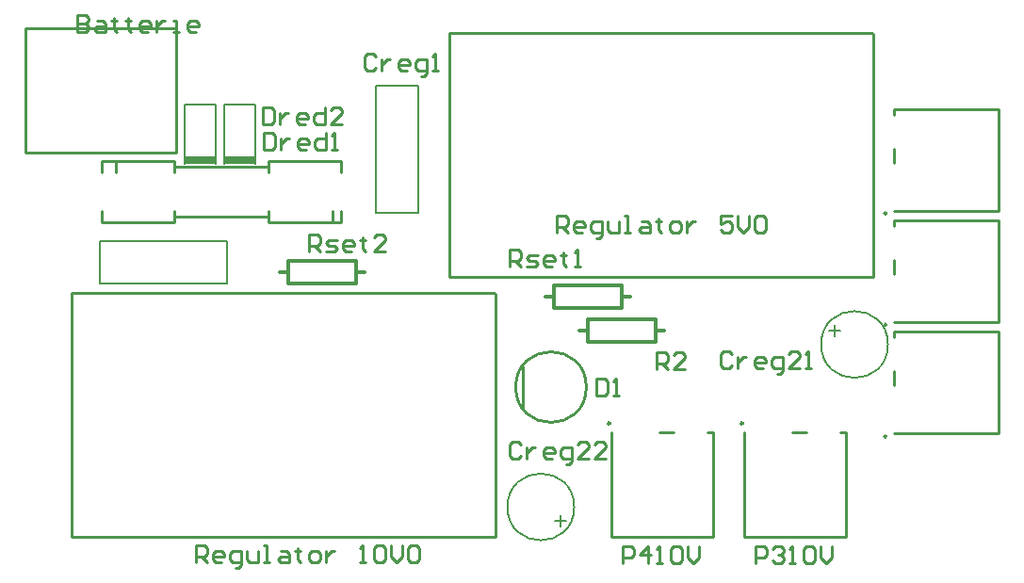
<source format=gto>
%FSLAX44Y44*%
%MOMM*%
G71*
G01*
G75*
G04 Layer_Color=65535*
%ADD10C,3.7000*%
%ADD11C,0.3000*%
%ADD12C,1.3000*%
%ADD13C,1.0000*%
%ADD14R,2.0000X2.0000*%
%ADD15C,2.0000*%
%ADD16C,1.5748*%
%ADD17C,1.5240*%
%ADD18C,1.2000*%
%ADD19R,1.5748X1.5748*%
%ADD20R,2.5000X2.5000*%
%ADD21C,2.5000*%
%ADD22R,1.5748X1.5748*%
%ADD23R,2.5000X2.5000*%
%ADD24C,6.5000*%
%ADD25C,3.0000*%
%ADD26C,0.1500*%
%ADD27C,0.2540*%
%ADD28C,0.2000*%
%ADD29C,0.3048*%
%ADD30R,2.8000X0.8000*%
D26*
X1254280Y1455420D02*
G03*
X1254280Y1455420I-30000J0D01*
G01*
X972340Y1309370D02*
G03*
X972340Y1309370I-30000J0D01*
G01*
X1201420Y1468120D02*
X1211580D01*
X1206500Y1463040D02*
Y1473200D01*
X955040Y1296670D02*
X965200D01*
X960120Y1291590D02*
Y1301750D01*
D27*
X1253000Y1573082D02*
G03*
X1253000Y1573082I-1000J0D01*
G01*
X983220Y1417090D02*
G03*
X983220Y1417090I-31750J0D01*
G01*
X1123920Y1384520D02*
G03*
X1123920Y1384520I-1000J0D01*
G01*
X1004540D02*
G03*
X1004540Y1384520I-1000J0D01*
G01*
X1253000Y1373056D02*
G03*
X1253000Y1373056I-1000J0D01*
G01*
Y1473069D02*
G03*
X1253000Y1473069I-1000J0D01*
G01*
X520940Y1489440D02*
Y1501440D01*
X900940D01*
X901940Y1500440D01*
Y1282440D02*
Y1500440D01*
X520940Y1282440D02*
X901940D01*
X520940D02*
Y1489440D01*
X860030Y1723120D02*
Y1735120D01*
X1240030D01*
X1241030Y1734120D01*
Y1516120D02*
Y1734120D01*
X860030Y1516120D02*
X1241030D01*
X860030D02*
Y1723120D01*
X1259840Y1661741D02*
Y1666821D01*
X1353820D01*
Y1575381D02*
Y1666821D01*
X1259840Y1575381D02*
X1353820D01*
X1259840Y1618562D02*
Y1631261D01*
X926070Y1398040D02*
Y1436140D01*
X1211580Y1376680D02*
X1216660D01*
Y1282700D02*
Y1376680D01*
X1125220Y1282700D02*
X1216660D01*
X1125220D02*
Y1376680D01*
X1168400D02*
X1181100D01*
X1092200D02*
X1097280D01*
Y1282700D02*
Y1376680D01*
X1005840Y1282700D02*
X1097280D01*
X1005840D02*
Y1376680D01*
X1049020D02*
X1061720D01*
X1259840Y1461716D02*
Y1466797D01*
X1353820D01*
Y1375356D02*
Y1466797D01*
X1259840Y1375356D02*
X1353820D01*
X1259840Y1418537D02*
Y1431237D01*
Y1561729D02*
Y1566809D01*
X1353820D01*
Y1475369D02*
Y1566809D01*
X1259840Y1475369D02*
X1353820D01*
X1259840Y1518549D02*
Y1531249D01*
X612490Y1610080D02*
Y1620080D01*
X547490Y1565080D02*
Y1575080D01*
Y1565080D02*
X612490D01*
Y1575080D01*
X547490Y1610080D02*
Y1620080D01*
X612490D01*
X697490Y1565080D02*
X762490D01*
X697490Y1610080D02*
Y1620080D01*
X762490D01*
Y1610080D02*
Y1620080D01*
X697490Y1565080D02*
Y1575080D01*
X762490Y1565080D02*
Y1575080D01*
X612490Y1570080D02*
X697490D01*
X612490Y1615080D02*
X697490D01*
X754990Y1565080D02*
Y1575080D01*
X559990Y1610080D02*
Y1620080D01*
X479440Y1628300D02*
X614680D01*
X479440D02*
Y1739740D01*
X614680D01*
Y1628300D02*
Y1739020D01*
X525780Y1751325D02*
Y1736090D01*
X533397D01*
X535937Y1738629D01*
Y1741168D01*
X533397Y1743707D01*
X525780D01*
X533397D01*
X535937Y1746247D01*
Y1748786D01*
X533397Y1751325D01*
X525780D01*
X543554Y1746247D02*
X548633D01*
X551172Y1743707D01*
Y1736090D01*
X543554D01*
X541015Y1738629D01*
X543554Y1741168D01*
X551172D01*
X558789Y1748786D02*
Y1746247D01*
X556250D01*
X561329D01*
X558789D01*
Y1738629D01*
X561329Y1736090D01*
X571485Y1748786D02*
Y1746247D01*
X568946D01*
X574024D01*
X571485D01*
Y1738629D01*
X574024Y1736090D01*
X589259D02*
X584181D01*
X581642Y1738629D01*
Y1743707D01*
X584181Y1746247D01*
X589259D01*
X591799Y1743707D01*
Y1741168D01*
X581642D01*
X596877Y1746247D02*
Y1736090D01*
Y1741168D01*
X599416Y1743707D01*
X601955Y1746247D01*
X604495D01*
X612112Y1736090D02*
X617190D01*
X614651D01*
Y1746247D01*
X612112D01*
X632425Y1736090D02*
X627347D01*
X624808Y1738629D01*
Y1743707D01*
X627347Y1746247D01*
X632425D01*
X634965Y1743707D01*
Y1741168D01*
X624808D01*
X793747Y1714496D02*
X791208Y1717035D01*
X786129D01*
X783590Y1714496D01*
Y1704339D01*
X786129Y1701800D01*
X791208D01*
X793747Y1704339D01*
X798825Y1711957D02*
Y1701800D01*
Y1706878D01*
X801364Y1709418D01*
X803903Y1711957D01*
X806443D01*
X821678Y1701800D02*
X816599D01*
X814060Y1704339D01*
Y1709418D01*
X816599Y1711957D01*
X821678D01*
X824217Y1709418D01*
Y1706878D01*
X814060D01*
X834374Y1696722D02*
X836913D01*
X839452Y1699261D01*
Y1711957D01*
X831834D01*
X829295Y1709418D01*
Y1704339D01*
X831834Y1701800D01*
X839452D01*
X844530D02*
X849609D01*
X847069D01*
Y1717035D01*
X844530Y1714496D01*
X1113787Y1446526D02*
X1111247Y1449065D01*
X1106169D01*
X1103630Y1446526D01*
Y1436369D01*
X1106169Y1433830D01*
X1111247D01*
X1113787Y1436369D01*
X1118865Y1443987D02*
Y1433830D01*
Y1438908D01*
X1121404Y1441447D01*
X1123943Y1443987D01*
X1126483D01*
X1141718Y1433830D02*
X1136639D01*
X1134100Y1436369D01*
Y1441447D01*
X1136639Y1443987D01*
X1141718D01*
X1144257Y1441447D01*
Y1438908D01*
X1134100D01*
X1154414Y1428752D02*
X1156953D01*
X1159492Y1431291D01*
Y1443987D01*
X1151874D01*
X1149335Y1441447D01*
Y1436369D01*
X1151874Y1433830D01*
X1159492D01*
X1174727D02*
X1164570D01*
X1174727Y1443987D01*
Y1446526D01*
X1172188Y1449065D01*
X1167110D01*
X1164570Y1446526D01*
X1179805Y1433830D02*
X1184884D01*
X1182345D01*
Y1449065D01*
X1179805Y1446526D01*
X924303Y1365500D02*
X921764Y1368039D01*
X916685D01*
X914146Y1365500D01*
Y1355343D01*
X916685Y1352804D01*
X921764D01*
X924303Y1355343D01*
X929381Y1362961D02*
Y1352804D01*
Y1357882D01*
X931920Y1360421D01*
X934459Y1362961D01*
X936999D01*
X952234Y1352804D02*
X947155D01*
X944616Y1355343D01*
Y1360421D01*
X947155Y1362961D01*
X952234D01*
X954773Y1360421D01*
Y1357882D01*
X944616D01*
X964930Y1347726D02*
X967469D01*
X970008Y1350265D01*
Y1362961D01*
X962390D01*
X959851Y1360421D01*
Y1355343D01*
X962390Y1352804D01*
X970008D01*
X985243D02*
X975086D01*
X985243Y1362961D01*
Y1365500D01*
X982704Y1368039D01*
X977626D01*
X975086Y1365500D01*
X1000478Y1352804D02*
X990321D01*
X1000478Y1362961D01*
Y1365500D01*
X997939Y1368039D01*
X992860D01*
X990321Y1365500D01*
X992124Y1424681D02*
Y1409446D01*
X999742D01*
X1002281Y1411985D01*
Y1422142D01*
X999742Y1424681D01*
X992124D01*
X1007359Y1409446D02*
X1012437D01*
X1009898D01*
Y1424681D01*
X1007359Y1422142D01*
X693420Y1645915D02*
Y1630680D01*
X701038D01*
X703577Y1633219D01*
Y1643376D01*
X701038Y1645915D01*
X693420D01*
X708655Y1640837D02*
Y1630680D01*
Y1635758D01*
X711194Y1638297D01*
X713733Y1640837D01*
X716273D01*
X731508Y1630680D02*
X726429D01*
X723890Y1633219D01*
Y1638297D01*
X726429Y1640837D01*
X731508D01*
X734047Y1638297D01*
Y1635758D01*
X723890D01*
X749282Y1645915D02*
Y1630680D01*
X741664D01*
X739125Y1633219D01*
Y1638297D01*
X741664Y1640837D01*
X749282D01*
X754360Y1630680D02*
X759439D01*
X756899D01*
Y1645915D01*
X754360Y1643376D01*
X692150Y1668775D02*
Y1653540D01*
X699768D01*
X702307Y1656079D01*
Y1666236D01*
X699768Y1668775D01*
X692150D01*
X707385Y1663697D02*
Y1653540D01*
Y1658618D01*
X709924Y1661158D01*
X712463Y1663697D01*
X715003D01*
X730238Y1653540D02*
X725159D01*
X722620Y1656079D01*
Y1661158D01*
X725159Y1663697D01*
X730238D01*
X732777Y1661158D01*
Y1658618D01*
X722620D01*
X748012Y1668775D02*
Y1653540D01*
X740394D01*
X737855Y1656079D01*
Y1661158D01*
X740394Y1663697D01*
X748012D01*
X763247Y1653540D02*
X753090D01*
X763247Y1663697D01*
Y1666236D01*
X760708Y1668775D01*
X755630D01*
X753090Y1666236D01*
X1135126Y1258570D02*
Y1273805D01*
X1142744D01*
X1145283Y1271266D01*
Y1266188D01*
X1142744Y1263648D01*
X1135126D01*
X1150361Y1271266D02*
X1152900Y1273805D01*
X1157979D01*
X1160518Y1271266D01*
Y1268727D01*
X1157979Y1266188D01*
X1155439D01*
X1157979D01*
X1160518Y1263648D01*
Y1261109D01*
X1157979Y1258570D01*
X1152900D01*
X1150361Y1261109D01*
X1165596Y1258570D02*
X1170675D01*
X1168135D01*
Y1273805D01*
X1165596Y1271266D01*
X1178292D02*
X1180831Y1273805D01*
X1185910D01*
X1188449Y1271266D01*
Y1261109D01*
X1185910Y1258570D01*
X1180831D01*
X1178292Y1261109D01*
Y1271266D01*
X1193527Y1273805D02*
Y1263648D01*
X1198605Y1258570D01*
X1203684Y1263648D01*
Y1273805D01*
X1015746Y1258570D02*
Y1273805D01*
X1023363D01*
X1025903Y1271266D01*
Y1266188D01*
X1023363Y1263648D01*
X1015746D01*
X1038599Y1258570D02*
Y1273805D01*
X1030981Y1266188D01*
X1041138D01*
X1046216Y1258570D02*
X1051294D01*
X1048755D01*
Y1273805D01*
X1046216Y1271266D01*
X1058912D02*
X1061451Y1273805D01*
X1066530D01*
X1069069Y1271266D01*
Y1261109D01*
X1066530Y1258570D01*
X1061451D01*
X1058912Y1261109D01*
Y1271266D01*
X1074147Y1273805D02*
Y1263648D01*
X1079225Y1258570D01*
X1084304Y1263648D01*
Y1273805D01*
X1046480Y1433576D02*
Y1448811D01*
X1054098D01*
X1056637Y1446272D01*
Y1441194D01*
X1054098Y1438654D01*
X1046480D01*
X1051558D02*
X1056637Y1433576D01*
X1071872D02*
X1061715D01*
X1071872Y1443733D01*
Y1446272D01*
X1069333Y1448811D01*
X1064254D01*
X1061715Y1446272D01*
X956310Y1555750D02*
Y1570985D01*
X963928D01*
X966467Y1568446D01*
Y1563367D01*
X963928Y1560828D01*
X956310D01*
X961388D02*
X966467Y1555750D01*
X979163D02*
X974084D01*
X971545Y1558289D01*
Y1563367D01*
X974084Y1565907D01*
X979163D01*
X981702Y1563367D01*
Y1560828D01*
X971545D01*
X991859Y1550672D02*
X994398D01*
X996937Y1553211D01*
Y1565907D01*
X989319D01*
X986780Y1563367D01*
Y1558289D01*
X989319Y1555750D01*
X996937D01*
X1002015Y1565907D02*
Y1558289D01*
X1004554Y1555750D01*
X1012172D01*
Y1565907D01*
X1017250Y1555750D02*
X1022329D01*
X1019790D01*
Y1570985D01*
X1017250D01*
X1032485Y1565907D02*
X1037564D01*
X1040103Y1563367D01*
Y1555750D01*
X1032485D01*
X1029946Y1558289D01*
X1032485Y1560828D01*
X1040103D01*
X1047720Y1568446D02*
Y1565907D01*
X1045181D01*
X1050260D01*
X1047720D01*
Y1558289D01*
X1050260Y1555750D01*
X1060416D02*
X1065495D01*
X1068034Y1558289D01*
Y1563367D01*
X1065495Y1565907D01*
X1060416D01*
X1057877Y1563367D01*
Y1558289D01*
X1060416Y1555750D01*
X1073112Y1565907D02*
Y1555750D01*
Y1560828D01*
X1075651Y1563367D01*
X1078191Y1565907D01*
X1080730D01*
X1113739Y1570985D02*
X1103582D01*
Y1563367D01*
X1108661Y1565907D01*
X1111200D01*
X1113739Y1563367D01*
Y1558289D01*
X1111200Y1555750D01*
X1106122D01*
X1103582Y1558289D01*
X1118817Y1570985D02*
Y1560828D01*
X1123896Y1555750D01*
X1128974Y1560828D01*
Y1570985D01*
X1134053Y1568446D02*
X1136592Y1570985D01*
X1141670D01*
X1144209Y1568446D01*
Y1558289D01*
X1141670Y1555750D01*
X1136592D01*
X1134053Y1558289D01*
Y1568446D01*
X632460Y1259840D02*
Y1275075D01*
X640078D01*
X642617Y1272536D01*
Y1267458D01*
X640078Y1264918D01*
X632460D01*
X637538D02*
X642617Y1259840D01*
X655313D02*
X650234D01*
X647695Y1262379D01*
Y1267458D01*
X650234Y1269997D01*
X655313D01*
X657852Y1267458D01*
Y1264918D01*
X647695D01*
X668008Y1254762D02*
X670548D01*
X673087Y1257301D01*
Y1269997D01*
X665469D01*
X662930Y1267458D01*
Y1262379D01*
X665469Y1259840D01*
X673087D01*
X678165Y1269997D02*
Y1262379D01*
X680704Y1259840D01*
X688322D01*
Y1269997D01*
X693400Y1259840D02*
X698479D01*
X695939D01*
Y1275075D01*
X693400D01*
X708635Y1269997D02*
X713714D01*
X716253Y1267458D01*
Y1259840D01*
X708635D01*
X706096Y1262379D01*
X708635Y1264918D01*
X716253D01*
X723870Y1272536D02*
Y1269997D01*
X721331D01*
X726410D01*
X723870D01*
Y1262379D01*
X726410Y1259840D01*
X736566D02*
X741645D01*
X744184Y1262379D01*
Y1267458D01*
X741645Y1269997D01*
X736566D01*
X734027Y1267458D01*
Y1262379D01*
X736566Y1259840D01*
X749262Y1269997D02*
Y1259840D01*
Y1264918D01*
X751801Y1267458D01*
X754341Y1269997D01*
X756880D01*
X779732Y1259840D02*
X784811D01*
X782271D01*
Y1275075D01*
X779732Y1272536D01*
X792428D02*
X794967Y1275075D01*
X800046D01*
X802585Y1272536D01*
Y1262379D01*
X800046Y1259840D01*
X794967D01*
X792428Y1262379D01*
Y1272536D01*
X807663Y1275075D02*
Y1264918D01*
X812742Y1259840D01*
X817820Y1264918D01*
Y1275075D01*
X822898Y1272536D02*
X825438Y1275075D01*
X830516D01*
X833055Y1272536D01*
Y1262379D01*
X830516Y1259840D01*
X825438D01*
X822898Y1262379D01*
Y1272536D01*
X914400Y1525270D02*
Y1540505D01*
X922018D01*
X924557Y1537966D01*
Y1532888D01*
X922018Y1530348D01*
X914400D01*
X919478D02*
X924557Y1525270D01*
X929635D02*
X937253D01*
X939792Y1527809D01*
X937253Y1530348D01*
X932174D01*
X929635Y1532888D01*
X932174Y1535427D01*
X939792D01*
X952488Y1525270D02*
X947409D01*
X944870Y1527809D01*
Y1532888D01*
X947409Y1535427D01*
X952488D01*
X955027Y1532888D01*
Y1530348D01*
X944870D01*
X962644Y1537966D02*
Y1535427D01*
X960105D01*
X965184D01*
X962644D01*
Y1527809D01*
X965184Y1525270D01*
X972801D02*
X977879D01*
X975340D01*
Y1540505D01*
X972801Y1537966D01*
X734060Y1539240D02*
Y1554475D01*
X741677D01*
X744217Y1551936D01*
Y1546857D01*
X741677Y1544318D01*
X734060D01*
X739138D02*
X744217Y1539240D01*
X749295D02*
X756913D01*
X759452Y1541779D01*
X756913Y1544318D01*
X751834D01*
X749295Y1546857D01*
X751834Y1549397D01*
X759452D01*
X772148Y1539240D02*
X767069D01*
X764530Y1541779D01*
Y1546857D01*
X767069Y1549397D01*
X772148D01*
X774687Y1546857D01*
Y1544318D01*
X764530D01*
X782304Y1551936D02*
Y1549397D01*
X779765D01*
X784844D01*
X782304D01*
Y1541779D01*
X784844Y1539240D01*
X802618D02*
X792461D01*
X802618Y1549397D01*
Y1551936D01*
X800079Y1554475D01*
X795000D01*
X792461Y1551936D01*
D28*
X657830Y1618150D02*
Y1671150D01*
X685830Y1618150D02*
Y1671150D01*
X657830D02*
X685830D01*
X622270Y1618150D02*
Y1671150D01*
X650270Y1618150D02*
Y1671150D01*
X622270D02*
X650270D01*
X831850Y1573530D02*
Y1687830D01*
X793750D02*
X831850D01*
X793750Y1573530D02*
Y1687830D01*
Y1573530D02*
X831850D01*
X546100Y1548130D02*
X660400D01*
X546100Y1510030D02*
Y1548130D01*
Y1510030D02*
X660400D01*
Y1548130D01*
D29*
X775970Y1510030D02*
Y1530350D01*
X715010Y1510030D02*
X775970D01*
X715010D02*
Y1530350D01*
X775970D01*
Y1520190D02*
X783590D01*
X707390D02*
X715010D01*
X953770Y1488440D02*
Y1508760D01*
X1014730D01*
Y1488440D02*
Y1508760D01*
X953770Y1488440D02*
X1014730D01*
X946150Y1498600D02*
X953770D01*
X1014730D02*
X1022350D01*
X1045210Y1457960D02*
Y1478280D01*
X984250Y1457960D02*
X1045210D01*
X984250D02*
Y1478280D01*
X1045210D01*
Y1468120D02*
X1052830D01*
X976630D02*
X984250D01*
D30*
X671786Y1621219D02*
D03*
X636213Y1621209D02*
D03*
M02*

</source>
